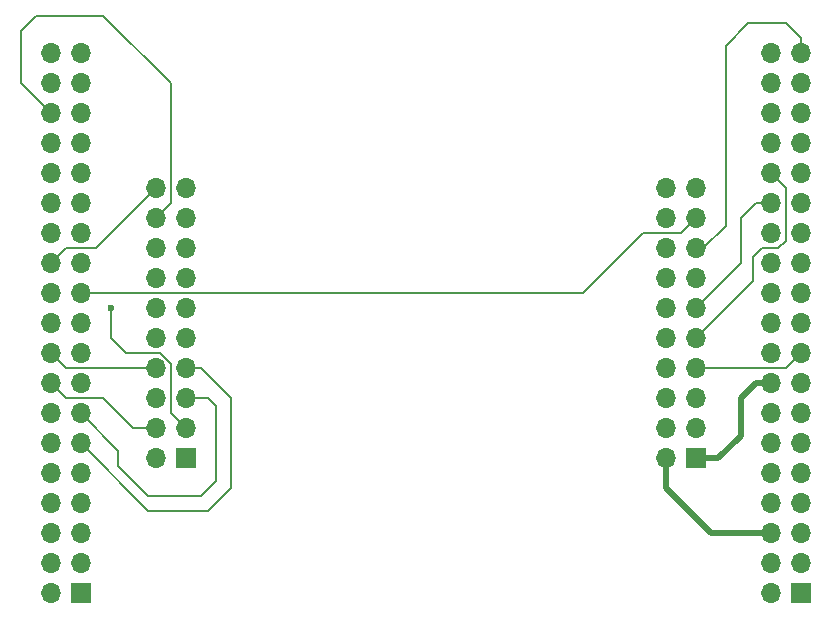
<source format=gtl>
%TF.GenerationSoftware,KiCad,Pcbnew,8.0.7*%
%TF.CreationDate,2025-10-21T15:09:44-04:00*%
%TF.ProjectId,AdapterBoard_McDap,41646170-7465-4724-926f-6172645f4d63,rev?*%
%TF.SameCoordinates,Original*%
%TF.FileFunction,Copper,L1,Top*%
%TF.FilePolarity,Positive*%
%FSLAX46Y46*%
G04 Gerber Fmt 4.6, Leading zero omitted, Abs format (unit mm)*
G04 Created by KiCad (PCBNEW 8.0.7) date 2025-10-21 15:09:44*
%MOMM*%
%LPD*%
G01*
G04 APERTURE LIST*
%TA.AperFunction,ComponentPad*%
%ADD10R,1.700000X1.700000*%
%TD*%
%TA.AperFunction,ComponentPad*%
%ADD11O,1.700000X1.700000*%
%TD*%
%TA.AperFunction,ViaPad*%
%ADD12C,0.600000*%
%TD*%
%TA.AperFunction,Conductor*%
%ADD13C,0.200000*%
%TD*%
%TA.AperFunction,Conductor*%
%ADD14C,0.500000*%
%TD*%
G04 APERTURE END LIST*
D10*
%TO.P,CN10,1,Pin_1*%
%TO.N,PC_9*%
X67310000Y-130810000D03*
D11*
%TO.P,CN10,2,Pin_2*%
%TO.N,PC_8*%
X64770000Y-130810000D03*
%TO.P,CN10,3,Pin_3*%
%TO.N,PB_8*%
X67310000Y-128270000D03*
%TO.P,CN10,4,Pin_4*%
%TO.N,PC_6*%
X64770000Y-128270000D03*
%TO.P,CN10,5,Pin_5*%
%TO.N,PB_9*%
X67310000Y-125730000D03*
%TO.P,CN10,6,Pin_6*%
%TO.N,PA_3*%
X64770000Y-125730000D03*
%TO.P,CN10,7,Pin_7*%
%TO.N,AVDD*%
X67310000Y-123190000D03*
%TO.P,CN10,8,Pin_8*%
%TO.N,U5V*%
X64770000Y-123190000D03*
%TO.P,CN10,9,Pin_9*%
%TO.N,GND*%
X67310000Y-120650000D03*
%TO.P,CN10,10,Pin_10*%
%TO.N,PD_6*%
X64770000Y-120650000D03*
%TO.P,CN10,11,Pin_11*%
%TO.N,PA31*%
X67310000Y-118110000D03*
%TO.P,CN10,12,Pin_12*%
%TO.N,PA_12*%
X64770000Y-118110000D03*
%TO.P,CN10,13,Pin_13*%
%TO.N,PA28*%
X67310000Y-115570000D03*
%TO.P,CN10,14,Pin_14*%
%TO.N,PA_11*%
X64770000Y-115570000D03*
%TO.P,CN10,15,Pin_15*%
%TO.N,PA_7*%
X67310000Y-113030000D03*
%TO.P,CN10,16,Pin_16*%
%TO.N,PB12*%
X64770000Y-113030000D03*
%TO.P,CN10,17,Pin_17*%
%TO.N,PB_0*%
X67310000Y-110490000D03*
%TO.P,CN10,18,Pin_18*%
%TO.N,PB15*%
X64770000Y-110490000D03*
%TO.P,CN10,19,Pin_19*%
%TO.N,PC_7*%
X67310000Y-107950000D03*
%TO.P,CN10,20,Pin_20*%
%TO.N,GND*%
X64770000Y-107950000D03*
%TO.P,CN10,21,Pin_21*%
%TO.N,PA_9*%
X67310000Y-105410000D03*
%TO.P,CN10,22,Pin_22*%
%TO.N,PB_2*%
X64770000Y-105410000D03*
%TO.P,CN10,23,Pin_23*%
%TO.N,PA_8*%
X67310000Y-102870000D03*
%TO.P,CN10,24,Pin_24*%
%TO.N,PB16*%
X64770000Y-102870000D03*
%TO.P,CN10,25,Pin_25*%
%TO.N,PB_14*%
X67310000Y-100330000D03*
%TO.P,CN10,26,Pin_26*%
%TO.N,PB8*%
X64770000Y-100330000D03*
%TO.P,CN10,27,Pin_27*%
%TO.N,PB_4*%
X67310000Y-97790000D03*
%TO.P,CN10,28,Pin_28*%
%TO.N,PB_10*%
X64770000Y-97790000D03*
%TO.P,CN10,29,Pin_29*%
%TO.N,PB_5*%
X67310000Y-95250000D03*
%TO.P,CN10,30,Pin_30*%
%TO.N,PB_13*%
X64770000Y-95250000D03*
%TO.P,CN10,31,Pin_31*%
%TO.N,PB_3*%
X67310000Y-92710000D03*
%TO.P,CN10,32,Pin_32*%
%TO.N,AGND*%
X64770000Y-92710000D03*
%TO.P,CN10,33,Pin_33*%
%TO.N,PA_10*%
X67310000Y-90170000D03*
%TO.P,CN10,34,Pin_34*%
%TO.N,PA_2*%
X64770000Y-90170000D03*
%TO.P,CN10,35,Pin_35*%
%TO.N,PC_4*%
X67310000Y-87630000D03*
%TO.P,CN10,36,Pin_36*%
%TO.N,PD_8*%
X64770000Y-87630000D03*
%TO.P,CN10,37,Pin_37*%
%TO.N,PB4*%
X67310000Y-85090000D03*
%TO.P,CN10,38,Pin_38*%
%TO.N,PD_9*%
X64770000Y-85090000D03*
%TD*%
D10*
%TO.P,CN7,1,Pin_1*%
%TO.N,PC_10*%
X128270000Y-130810000D03*
D11*
%TO.P,CN7,2,Pin_2*%
%TO.N,PC_11*%
X125730000Y-130810000D03*
%TO.P,CN7,3,Pin_3*%
%TO.N,PC_12*%
X128270000Y-128270000D03*
%TO.P,CN7,4,Pin_4*%
%TO.N,PD_2*%
X125730000Y-128270000D03*
%TO.P,CN7,5,Pin_5*%
%TO.N,VDD*%
X128270000Y-125730000D03*
%TO.P,CN7,6,Pin_6*%
%TO.N,+5V*%
X125730000Y-125730000D03*
%TO.P,CN7,7,Pin_7*%
%TO.N,PA9*%
X128270000Y-123190000D03*
%TO.P,CN7,8,Pin_8*%
%TO.N,GND*%
X125730000Y-123190000D03*
%TO.P,CN7,9,Pin_9*%
%TO.N,PD_0*%
X128270000Y-120650000D03*
%TO.P,CN7,10,Pin_10*%
%TO.N,PD_1*%
X125730000Y-120650000D03*
%TO.P,CN7,11,Pin_11*%
%TO.N,PD_3*%
X128270000Y-118110000D03*
%TO.P,CN7,12,Pin_12*%
%TO.N,IOREF*%
X125730000Y-118110000D03*
%TO.P,CN7,13,Pin_13*%
%TO.N,PA_13*%
X128270000Y-115570000D03*
%TO.P,CN7,14,Pin_14*%
%TO.N,RESET*%
X125730000Y-115570000D03*
%TO.P,CN7,15,Pin_15*%
%TO.N,PD_4*%
X128270000Y-113030000D03*
%TO.P,CN7,16,Pin_16*%
%TO.N,3V3*%
X125730000Y-113030000D03*
%TO.P,CN7,17,Pin_17*%
%TO.N,PA8*%
X128270000Y-110490000D03*
%TO.P,CN7,18,Pin_18*%
%TO.N,5V*%
X125730000Y-110490000D03*
%TO.P,CN7,19,Pin_19*%
%TO.N,GND*%
X128270000Y-107950000D03*
%TO.P,CN7,20,Pin_20*%
X125730000Y-107950000D03*
%TO.P,CN7,21,Pin_21*%
%TO.N,PB3*%
X128270000Y-105410000D03*
%TO.P,CN7,22,Pin_22*%
%TO.N,GND*%
X125730000Y-105410000D03*
%TO.P,CN7,23,Pin_23*%
%TO.N,PC_13*%
X128270000Y-102870000D03*
%TO.P,CN7,24,Pin_24*%
%TO.N,VIN*%
X125730000Y-102870000D03*
%TO.P,CN7,25,Pin_25*%
%TO.N,PC_14*%
X128270000Y-100330000D03*
%TO.P,CN7,26,Pin_26*%
%TO.N,PD_5*%
X125730000Y-100330000D03*
%TO.P,CN7,27,Pin_27*%
%TO.N,PC_15*%
X128270000Y-97790000D03*
%TO.P,CN7,28,Pin_28*%
%TO.N,PA_0*%
X125730000Y-97790000D03*
%TO.P,CN7,29,Pin_29*%
%TO.N,PF_0*%
X128270000Y-95250000D03*
%TO.P,CN7,30,Pin_30*%
%TO.N,PA26*%
X125730000Y-95250000D03*
%TO.P,CN7,31,Pin_31*%
%TO.N,PF_1*%
X128270000Y-92710000D03*
%TO.P,CN7,32,Pin_32*%
%TO.N,PA_4*%
X125730000Y-92710000D03*
%TO.P,CN7,33,Pin_33*%
%TO.N,VBAT*%
X128270000Y-90170000D03*
%TO.P,CN7,34,Pin_34*%
%TO.N,PB_1*%
X125730000Y-90170000D03*
%TO.P,CN7,35,Pin_35*%
%TO.N,PC_2*%
X128270000Y-87630000D03*
%TO.P,CN7,36,Pin_36*%
%TO.N,PB_11*%
X125730000Y-87630000D03*
%TO.P,CN7,37,Pin_37*%
%TO.N,PA27*%
X128270000Y-85090000D03*
%TO.P,CN7,38,Pin_38*%
%TO.N,PB_12*%
X125730000Y-85090000D03*
%TD*%
D10*
%TO.P,J3_J1,1,1*%
%TO.N,3V3*%
X119380000Y-119380000D03*
D11*
%TO.P,J3_J1,2,2*%
%TO.N,+5V*%
X116840000Y-119380000D03*
%TO.P,J3_J1,3,3*%
%TO.N,PA25*%
X119380000Y-116840000D03*
%TO.P,J3_J1,4,4*%
%TO.N,GND*%
X116840000Y-116840000D03*
%TO.P,J3_J1,5,5*%
%TO.N,PA9*%
X119380000Y-114300000D03*
%TO.P,J3_J1,6,6*%
%TO.N,PB19*%
X116840000Y-114300000D03*
%TO.P,J3_J1,7,7*%
%TO.N,PA8*%
X119380000Y-111760000D03*
%TO.P,J3_J1,8,8*%
%TO.N,PA22*%
X116840000Y-111760000D03*
%TO.P,J3_J1,9,9*%
%TO.N,PA26*%
X119380000Y-109220000D03*
%TO.P,J3_J1,10,10*%
%TO.N,PB18*%
X116840000Y-109220000D03*
%TO.P,J3_J1,11,11*%
%TO.N,PA_0*%
X119380000Y-106680000D03*
%TO.P,J3_J1,12,12*%
%TO.N,PA18*%
X116840000Y-106680000D03*
%TO.P,J3_J1,13,13*%
%TO.N,PB9*%
X119380000Y-104140000D03*
%TO.P,J3_J1,14,14*%
%TO.N,PA24*%
X116840000Y-104140000D03*
%TO.P,J3_J1,15,15*%
%TO.N,PA27*%
X119380000Y-101600000D03*
%TO.P,J3_J1,16,16*%
%TO.N,PA17*%
X116840000Y-101600000D03*
%TO.P,J3_J1,17,17*%
%TO.N,PA_9*%
X119380000Y-99060000D03*
%TO.P,J3_J1,18,18*%
%TO.N,PA16*%
X116840000Y-99060000D03*
%TO.P,J3_J1,19,19*%
%TO.N,PB3*%
X119380000Y-96520000D03*
%TO.P,J3_J1,20,20*%
%TO.N,PA15*%
X116840000Y-96520000D03*
%TD*%
D10*
%TO.P,J2_J4,1,1*%
%TO.N,PB4*%
X76200000Y-119380000D03*
D11*
%TO.P,J2_J4,2,2*%
%TO.N,GND*%
X73660000Y-119380000D03*
%TO.P,J2_J4,3,3*%
%TO.N,PA_8*%
X76200000Y-116840000D03*
%TO.P,J2_J4,4,4*%
%TO.N,PB12*%
X73660000Y-116840000D03*
%TO.P,J2_J4,5,5*%
%TO.N,PA28*%
X76200000Y-114300000D03*
%TO.P,J2_J4,6,6*%
%TO.N,PB17*%
X73660000Y-114300000D03*
%TO.P,J2_J4,7,7*%
%TO.N,PA31*%
X76200000Y-111760000D03*
%TO.P,J2_J4,8,8*%
%TO.N,PB15*%
X73660000Y-111760000D03*
%TO.P,J2_J4,9,9*%
%TO.N,PB20*%
X76200000Y-109220000D03*
%TO.P,J2_J4,10,10*%
%TO.N,unconnected-(J2_J4-Pad10)*%
X73660000Y-109220000D03*
%TO.P,J2_J4,11,11*%
%TO.N,PB13*%
X76200000Y-106680000D03*
%TO.P,J2_J4,12,12*%
%TO.N,PB8*%
X73660000Y-106680000D03*
%TO.P,J2_J4,13,13*%
%TO.N,PA10*%
X76200000Y-104140000D03*
%TO.P,J2_J4,14,14*%
%TO.N,PB7*%
X73660000Y-104140000D03*
%TO.P,J2_J4,15,15*%
%TO.N,PA11*%
X76200000Y-101600000D03*
%TO.P,J2_J4,16,16*%
%TO.N,PB6*%
X73660000Y-101600000D03*
%TO.P,J2_J4,17,17*%
%TO.N,PA12*%
X76200000Y-99060000D03*
%TO.P,J2_J4,18,18*%
%TO.N,PA_2*%
X73660000Y-99060000D03*
%TO.P,J2_J4,19,19*%
%TO.N,PA13*%
X76200000Y-96520000D03*
%TO.P,J2_J4,20,20*%
%TO.N,PB16*%
X73660000Y-96520000D03*
%TD*%
D12*
%TO.N,PA_8*%
X69850000Y-106680000D03*
%TD*%
D13*
%TO.N,PA_0*%
X123190000Y-99060000D02*
X124460000Y-97790000D01*
X119380000Y-106680000D02*
X123190000Y-102870000D01*
X124460000Y-97790000D02*
X125730000Y-97790000D01*
X123190000Y-99695000D02*
X123190000Y-99060000D01*
X123190000Y-102870000D02*
X123190000Y-99695000D01*
D14*
%TO.N,+5V*%
X120650000Y-125730000D02*
X125730000Y-125730000D01*
X116840000Y-119380000D02*
X116840000Y-121920000D01*
X116840000Y-121920000D02*
X120650000Y-125730000D01*
%TO.N,3V3*%
X119380000Y-119380000D02*
X121285000Y-119380000D01*
X123190000Y-117475000D02*
X123190000Y-114300000D01*
X124460000Y-113030000D02*
X125730000Y-113030000D01*
X123190000Y-114300000D02*
X124460000Y-113030000D01*
X121285000Y-119380000D02*
X123190000Y-117475000D01*
D13*
%TO.N,PA_8*%
X74930000Y-115570000D02*
X76200000Y-116840000D01*
X71120000Y-110490000D02*
X74016346Y-110490000D01*
X74930000Y-111403654D02*
X74930000Y-115570000D01*
X69850000Y-106680000D02*
X69850000Y-109220000D01*
X74016346Y-110490000D02*
X74930000Y-111403654D01*
X69850000Y-109220000D02*
X71120000Y-110490000D01*
%TO.N,PA_9*%
X114935000Y-100330000D02*
X118110000Y-100330000D01*
X118110000Y-100330000D02*
X119380000Y-99060000D01*
X67310000Y-105410000D02*
X109855000Y-105410000D01*
X109855000Y-105410000D02*
X114935000Y-100330000D01*
%TO.N,PA_2*%
X62230000Y-87630000D02*
X64770000Y-90170000D01*
X74930000Y-97790000D02*
X74930000Y-87630000D01*
X62230000Y-83185000D02*
X62230000Y-87630000D01*
X63500000Y-81915000D02*
X62230000Y-83185000D01*
X73660000Y-99060000D02*
X74930000Y-97790000D01*
X69215000Y-81915000D02*
X63500000Y-81915000D01*
X74930000Y-87630000D02*
X69215000Y-81915000D01*
%TO.N,PB15*%
X64770000Y-110490000D02*
X66040000Y-111760000D01*
X66040000Y-111760000D02*
X73660000Y-111760000D01*
%TO.N,PA31*%
X78105000Y-123825000D02*
X80010000Y-121920000D01*
X80010000Y-121920000D02*
X80010000Y-114300000D01*
X73025000Y-123825000D02*
X78105000Y-123825000D01*
X80010000Y-114300000D02*
X77470000Y-111760000D01*
X67310000Y-118110000D02*
X73025000Y-123825000D01*
X77470000Y-111760000D02*
X76200000Y-111760000D01*
%TO.N,PB16*%
X73660000Y-96520000D02*
X68580000Y-101600000D01*
X68580000Y-101600000D02*
X66040000Y-101600000D01*
X66040000Y-101600000D02*
X64770000Y-102870000D01*
%TO.N,PA28*%
X78105000Y-114300000D02*
X78740000Y-114935000D01*
X78740000Y-114935000D02*
X78740000Y-121285000D01*
X78740000Y-121285000D02*
X77470000Y-122555000D01*
X76200000Y-114300000D02*
X78105000Y-114300000D01*
X70485000Y-120015000D02*
X70485000Y-118745000D01*
X70485000Y-118745000D02*
X67310000Y-115570000D01*
X73025000Y-122555000D02*
X70485000Y-120015000D01*
X77470000Y-122555000D02*
X73025000Y-122555000D01*
%TO.N,PB12*%
X69215000Y-114300000D02*
X66040000Y-114300000D01*
X73660000Y-116840000D02*
X71755000Y-116840000D01*
X66040000Y-114300000D02*
X64770000Y-113030000D01*
X71755000Y-116840000D02*
X69215000Y-114300000D01*
%TO.N,PA26*%
X124206000Y-102362000D02*
X124968000Y-101600000D01*
X127000000Y-100965000D02*
X127000000Y-96520000D01*
X124968000Y-101600000D02*
X126365000Y-101600000D01*
X126365000Y-101600000D02*
X127000000Y-100965000D01*
X127000000Y-96520000D02*
X125730000Y-95250000D01*
X124206000Y-104394000D02*
X124206000Y-102362000D01*
X119380000Y-109220000D02*
X124206000Y-104394000D01*
%TO.N,PA27*%
X128270000Y-83820000D02*
X127000000Y-82550000D01*
X128270000Y-85090000D02*
X128270000Y-83820000D01*
X121920000Y-84455000D02*
X121920000Y-99695000D01*
X123825000Y-82550000D02*
X121920000Y-84455000D01*
X121920000Y-99695000D02*
X120015000Y-101600000D01*
X120015000Y-101600000D02*
X119380000Y-101600000D01*
X127000000Y-82550000D02*
X123825000Y-82550000D01*
%TO.N,PA8*%
X128270000Y-110490000D02*
X127000000Y-111760000D01*
X127000000Y-111760000D02*
X119380000Y-111760000D01*
%TD*%
M02*

</source>
